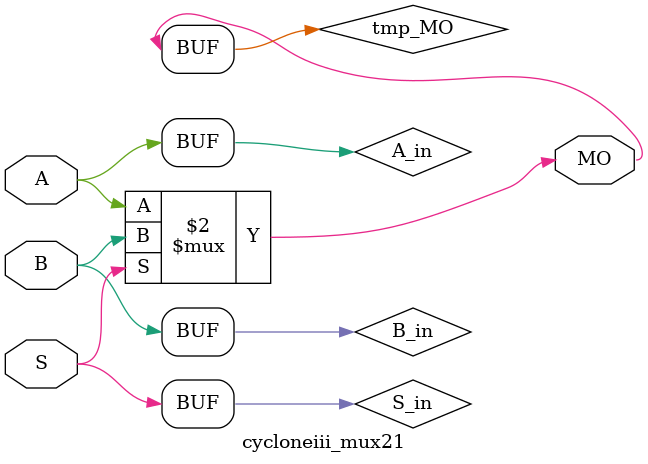
<source format=v>
module cycloneiii_mux21 (MO, A, B, S);
   input A, B, S;
   output MO;
   wire A_in;
   wire B_in;
   wire S_in;
   buf(A_in, A);
   buf(B_in, B);
   buf(S_in, S);
   wire   tmp_MO;
   specify
      (A => MO) = (0, 0);
      (B => MO) = (0, 0);
      (S => MO) = (0, 0);
   endspecify
   assign tmp_MO = (S_in == 1) ? B_in : A_in;
   buf (MO, tmp_MO);
endmodule
</source>
